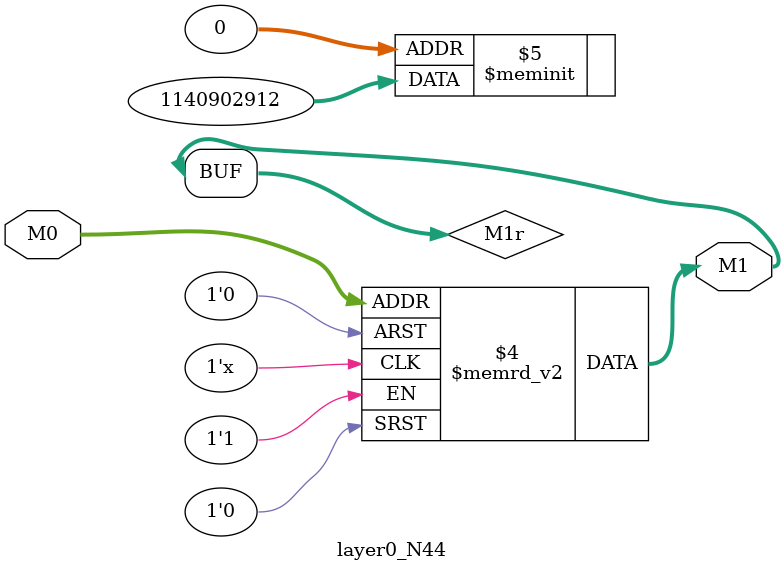
<source format=v>
module layer0_N44 ( input [3:0] M0, output [1:0] M1 );

	(*rom_style = "distributed" *) reg [1:0] M1r;
	assign M1 = M1r;
	always @ (M0) begin
		case (M0)
			4'b0000: M1r = 2'b00;
			4'b1000: M1r = 2'b00;
			4'b0100: M1r = 2'b00;
			4'b1100: M1r = 2'b00;
			4'b0010: M1r = 2'b00;
			4'b1010: M1r = 2'b00;
			4'b0110: M1r = 2'b00;
			4'b1110: M1r = 2'b00;
			4'b0001: M1r = 2'b00;
			4'b1001: M1r = 2'b00;
			4'b0101: M1r = 2'b11;
			4'b1101: M1r = 2'b01;
			4'b0011: M1r = 2'b00;
			4'b1011: M1r = 2'b00;
			4'b0111: M1r = 2'b11;
			4'b1111: M1r = 2'b01;

		endcase
	end
endmodule

</source>
